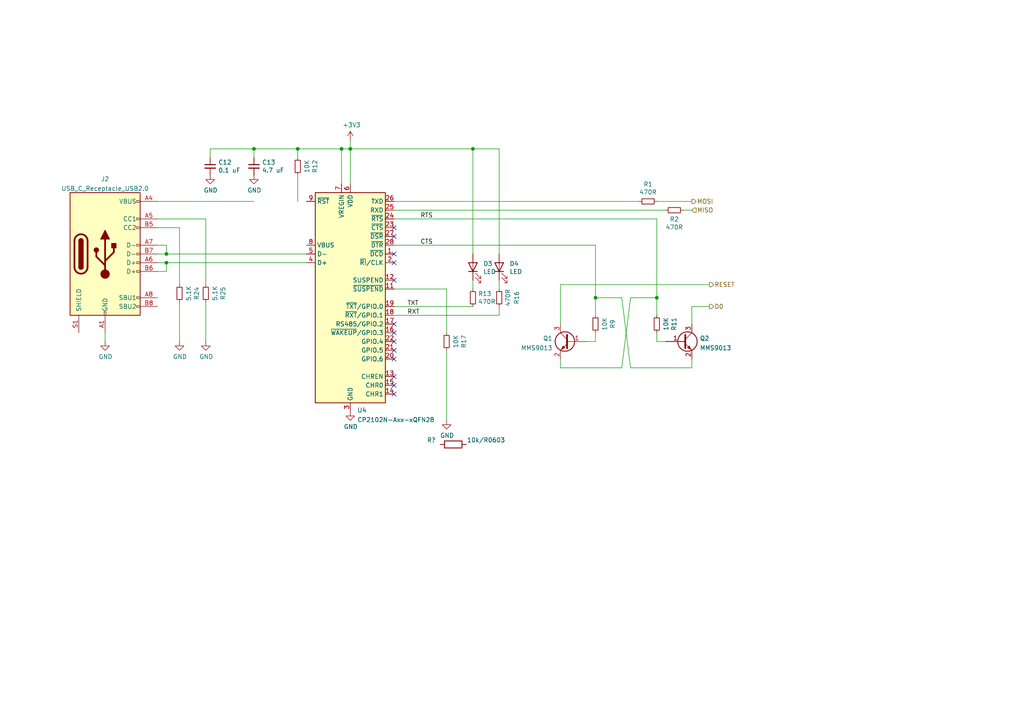
<source format=kicad_sch>
(kicad_sch (version 20211123) (generator eeschema)

  (uuid a4f181df-5a9d-4943-84cb-31df60bb171a)

  (paper "A4")

  (lib_symbols
    (symbol "Connector:USB_C_Receptacle_USB2.0" (pin_names (offset 1.016)) (in_bom yes) (on_board yes)
      (property "Reference" "J" (id 0) (at -10.16 19.05 0)
        (effects (font (size 1.27 1.27)) (justify left))
      )
      (property "Value" "USB_C_Receptacle_USB2.0" (id 1) (at 19.05 19.05 0)
        (effects (font (size 1.27 1.27)) (justify right))
      )
      (property "Footprint" "" (id 2) (at 3.81 0 0)
        (effects (font (size 1.27 1.27)) hide)
      )
      (property "Datasheet" "https://www.usb.org/sites/default/files/documents/usb_type-c.zip" (id 3) (at 3.81 0 0)
        (effects (font (size 1.27 1.27)) hide)
      )
      (property "ki_keywords" "usb universal serial bus type-C USB2.0" (id 4) (at 0 0 0)
        (effects (font (size 1.27 1.27)) hide)
      )
      (property "ki_description" "USB 2.0-only Type-C Receptacle connector" (id 5) (at 0 0 0)
        (effects (font (size 1.27 1.27)) hide)
      )
      (property "ki_fp_filters" "USB*C*Receptacle*" (id 6) (at 0 0 0)
        (effects (font (size 1.27 1.27)) hide)
      )
      (symbol "USB_C_Receptacle_USB2.0_0_0"
        (rectangle (start -0.254 -17.78) (end 0.254 -16.764)
          (stroke (width 0) (type default) (color 0 0 0 0))
          (fill (type none))
        )
        (rectangle (start 10.16 -14.986) (end 9.144 -15.494)
          (stroke (width 0) (type default) (color 0 0 0 0))
          (fill (type none))
        )
        (rectangle (start 10.16 -12.446) (end 9.144 -12.954)
          (stroke (width 0) (type default) (color 0 0 0 0))
          (fill (type none))
        )
        (rectangle (start 10.16 -4.826) (end 9.144 -5.334)
          (stroke (width 0) (type default) (color 0 0 0 0))
          (fill (type none))
        )
        (rectangle (start 10.16 -2.286) (end 9.144 -2.794)
          (stroke (width 0) (type default) (color 0 0 0 0))
          (fill (type none))
        )
        (rectangle (start 10.16 0.254) (end 9.144 -0.254)
          (stroke (width 0) (type default) (color 0 0 0 0))
          (fill (type none))
        )
        (rectangle (start 10.16 2.794) (end 9.144 2.286)
          (stroke (width 0) (type default) (color 0 0 0 0))
          (fill (type none))
        )
        (rectangle (start 10.16 7.874) (end 9.144 7.366)
          (stroke (width 0) (type default) (color 0 0 0 0))
          (fill (type none))
        )
        (rectangle (start 10.16 10.414) (end 9.144 9.906)
          (stroke (width 0) (type default) (color 0 0 0 0))
          (fill (type none))
        )
        (rectangle (start 10.16 15.494) (end 9.144 14.986)
          (stroke (width 0) (type default) (color 0 0 0 0))
          (fill (type none))
        )
      )
      (symbol "USB_C_Receptacle_USB2.0_0_1"
        (rectangle (start -10.16 17.78) (end 10.16 -17.78)
          (stroke (width 0.254) (type default) (color 0 0 0 0))
          (fill (type background))
        )
        (arc (start -8.89 -3.81) (mid -6.985 -5.715) (end -5.08 -3.81)
          (stroke (width 0.508) (type default) (color 0 0 0 0))
          (fill (type none))
        )
        (arc (start -7.62 -3.81) (mid -6.985 -4.445) (end -6.35 -3.81)
          (stroke (width 0.254) (type default) (color 0 0 0 0))
          (fill (type none))
        )
        (arc (start -7.62 -3.81) (mid -6.985 -4.445) (end -6.35 -3.81)
          (stroke (width 0.254) (type default) (color 0 0 0 0))
          (fill (type outline))
        )
        (rectangle (start -7.62 -3.81) (end -6.35 3.81)
          (stroke (width 0.254) (type default) (color 0 0 0 0))
          (fill (type outline))
        )
        (arc (start -6.35 3.81) (mid -6.985 4.445) (end -7.62 3.81)
          (stroke (width 0.254) (type default) (color 0 0 0 0))
          (fill (type none))
        )
        (arc (start -6.35 3.81) (mid -6.985 4.445) (end -7.62 3.81)
          (stroke (width 0.254) (type default) (color 0 0 0 0))
          (fill (type outline))
        )
        (arc (start -5.08 3.81) (mid -6.985 5.715) (end -8.89 3.81)
          (stroke (width 0.508) (type default) (color 0 0 0 0))
          (fill (type none))
        )
        (circle (center -2.54 1.143) (radius 0.635)
          (stroke (width 0.254) (type default) (color 0 0 0 0))
          (fill (type outline))
        )
        (circle (center 0 -5.842) (radius 1.27)
          (stroke (width 0) (type default) (color 0 0 0 0))
          (fill (type outline))
        )
        (polyline
          (pts
            (xy -8.89 -3.81)
            (xy -8.89 3.81)
          )
          (stroke (width 0.508) (type default) (color 0 0 0 0))
          (fill (type none))
        )
        (polyline
          (pts
            (xy -5.08 3.81)
            (xy -5.08 -3.81)
          )
          (stroke (width 0.508) (type default) (color 0 0 0 0))
          (fill (type none))
        )
        (polyline
          (pts
            (xy 0 -5.842)
            (xy 0 4.318)
          )
          (stroke (width 0.508) (type default) (color 0 0 0 0))
          (fill (type none))
        )
        (polyline
          (pts
            (xy 0 -3.302)
            (xy -2.54 -0.762)
            (xy -2.54 0.508)
          )
          (stroke (width 0.508) (type default) (color 0 0 0 0))
          (fill (type none))
        )
        (polyline
          (pts
            (xy 0 -2.032)
            (xy 2.54 0.508)
            (xy 2.54 1.778)
          )
          (stroke (width 0.508) (type default) (color 0 0 0 0))
          (fill (type none))
        )
        (polyline
          (pts
            (xy -1.27 4.318)
            (xy 0 6.858)
            (xy 1.27 4.318)
            (xy -1.27 4.318)
          )
          (stroke (width 0.254) (type default) (color 0 0 0 0))
          (fill (type outline))
        )
        (rectangle (start 1.905 1.778) (end 3.175 3.048)
          (stroke (width 0.254) (type default) (color 0 0 0 0))
          (fill (type outline))
        )
      )
      (symbol "USB_C_Receptacle_USB2.0_1_1"
        (pin passive line (at 0 -22.86 90) (length 5.08)
          (name "GND" (effects (font (size 1.27 1.27))))
          (number "A1" (effects (font (size 1.27 1.27))))
        )
        (pin passive line (at 0 -22.86 90) (length 5.08) hide
          (name "GND" (effects (font (size 1.27 1.27))))
          (number "A12" (effects (font (size 1.27 1.27))))
        )
        (pin passive line (at 15.24 15.24 180) (length 5.08)
          (name "VBUS" (effects (font (size 1.27 1.27))))
          (number "A4" (effects (font (size 1.27 1.27))))
        )
        (pin bidirectional line (at 15.24 10.16 180) (length 5.08)
          (name "CC1" (effects (font (size 1.27 1.27))))
          (number "A5" (effects (font (size 1.27 1.27))))
        )
        (pin bidirectional line (at 15.24 -2.54 180) (length 5.08)
          (name "D+" (effects (font (size 1.27 1.27))))
          (number "A6" (effects (font (size 1.27 1.27))))
        )
        (pin bidirectional line (at 15.24 2.54 180) (length 5.08)
          (name "D-" (effects (font (size 1.27 1.27))))
          (number "A7" (effects (font (size 1.27 1.27))))
        )
        (pin bidirectional line (at 15.24 -12.7 180) (length 5.08)
          (name "SBU1" (effects (font (size 1.27 1.27))))
          (number "A8" (effects (font (size 1.27 1.27))))
        )
        (pin passive line (at 15.24 15.24 180) (length 5.08) hide
          (name "VBUS" (effects (font (size 1.27 1.27))))
          (number "A9" (effects (font (size 1.27 1.27))))
        )
        (pin passive line (at 0 -22.86 90) (length 5.08) hide
          (name "GND" (effects (font (size 1.27 1.27))))
          (number "B1" (effects (font (size 1.27 1.27))))
        )
        (pin passive line (at 0 -22.86 90) (length 5.08) hide
          (name "GND" (effects (font (size 1.27 1.27))))
          (number "B12" (effects (font (size 1.27 1.27))))
        )
        (pin passive line (at 15.24 15.24 180) (length 5.08) hide
          (name "VBUS" (effects (font (size 1.27 1.27))))
          (number "B4" (effects (font (size 1.27 1.27))))
        )
        (pin bidirectional line (at 15.24 7.62 180) (length 5.08)
          (name "CC2" (effects (font (size 1.27 1.27))))
          (number "B5" (effects (font (size 1.27 1.27))))
        )
        (pin bidirectional line (at 15.24 -5.08 180) (length 5.08)
          (name "D+" (effects (font (size 1.27 1.27))))
          (number "B6" (effects (font (size 1.27 1.27))))
        )
        (pin bidirectional line (at 15.24 0 180) (length 5.08)
          (name "D-" (effects (font (size 1.27 1.27))))
          (number "B7" (effects (font (size 1.27 1.27))))
        )
        (pin bidirectional line (at 15.24 -15.24 180) (length 5.08)
          (name "SBU2" (effects (font (size 1.27 1.27))))
          (number "B8" (effects (font (size 1.27 1.27))))
        )
        (pin passive line (at 15.24 15.24 180) (length 5.08) hide
          (name "VBUS" (effects (font (size 1.27 1.27))))
          (number "B9" (effects (font (size 1.27 1.27))))
        )
        (pin passive line (at -7.62 -22.86 90) (length 5.08)
          (name "SHIELD" (effects (font (size 1.27 1.27))))
          (number "S1" (effects (font (size 1.27 1.27))))
        )
      )
    )
    (symbol "Device:C_Small" (pin_numbers hide) (pin_names (offset 0.254) hide) (in_bom yes) (on_board yes)
      (property "Reference" "C" (id 0) (at 0.254 1.778 0)
        (effects (font (size 1.27 1.27)) (justify left))
      )
      (property "Value" "C_Small" (id 1) (at 0.254 -2.032 0)
        (effects (font (size 1.27 1.27)) (justify left))
      )
      (property "Footprint" "" (id 2) (at 0 0 0)
        (effects (font (size 1.27 1.27)) hide)
      )
      (property "Datasheet" "~" (id 3) (at 0 0 0)
        (effects (font (size 1.27 1.27)) hide)
      )
      (property "ki_keywords" "capacitor cap" (id 4) (at 0 0 0)
        (effects (font (size 1.27 1.27)) hide)
      )
      (property "ki_description" "Unpolarized capacitor, small symbol" (id 5) (at 0 0 0)
        (effects (font (size 1.27 1.27)) hide)
      )
      (property "ki_fp_filters" "C_*" (id 6) (at 0 0 0)
        (effects (font (size 1.27 1.27)) hide)
      )
      (symbol "C_Small_0_1"
        (polyline
          (pts
            (xy -1.524 -0.508)
            (xy 1.524 -0.508)
          )
          (stroke (width 0.3302) (type default) (color 0 0 0 0))
          (fill (type none))
        )
        (polyline
          (pts
            (xy -1.524 0.508)
            (xy 1.524 0.508)
          )
          (stroke (width 0.3048) (type default) (color 0 0 0 0))
          (fill (type none))
        )
      )
      (symbol "C_Small_1_1"
        (pin passive line (at 0 2.54 270) (length 2.032)
          (name "~" (effects (font (size 1.27 1.27))))
          (number "1" (effects (font (size 1.27 1.27))))
        )
        (pin passive line (at 0 -2.54 90) (length 2.032)
          (name "~" (effects (font (size 1.27 1.27))))
          (number "2" (effects (font (size 1.27 1.27))))
        )
      )
    )
    (symbol "Device:LED" (pin_numbers hide) (pin_names (offset 1.016) hide) (in_bom yes) (on_board yes)
      (property "Reference" "D" (id 0) (at 0 2.54 0)
        (effects (font (size 1.27 1.27)))
      )
      (property "Value" "LED" (id 1) (at 0 -2.54 0)
        (effects (font (size 1.27 1.27)))
      )
      (property "Footprint" "" (id 2) (at 0 0 0)
        (effects (font (size 1.27 1.27)) hide)
      )
      (property "Datasheet" "~" (id 3) (at 0 0 0)
        (effects (font (size 1.27 1.27)) hide)
      )
      (property "ki_keywords" "LED diode" (id 4) (at 0 0 0)
        (effects (font (size 1.27 1.27)) hide)
      )
      (property "ki_description" "Light emitting diode" (id 5) (at 0 0 0)
        (effects (font (size 1.27 1.27)) hide)
      )
      (property "ki_fp_filters" "LED* LED_SMD:* LED_THT:*" (id 6) (at 0 0 0)
        (effects (font (size 1.27 1.27)) hide)
      )
      (symbol "LED_0_1"
        (polyline
          (pts
            (xy -1.27 -1.27)
            (xy -1.27 1.27)
          )
          (stroke (width 0.254) (type default) (color 0 0 0 0))
          (fill (type none))
        )
        (polyline
          (pts
            (xy -1.27 0)
            (xy 1.27 0)
          )
          (stroke (width 0) (type default) (color 0 0 0 0))
          (fill (type none))
        )
        (polyline
          (pts
            (xy 1.27 -1.27)
            (xy 1.27 1.27)
            (xy -1.27 0)
            (xy 1.27 -1.27)
          )
          (stroke (width 0.254) (type default) (color 0 0 0 0))
          (fill (type none))
        )
        (polyline
          (pts
            (xy -3.048 -0.762)
            (xy -4.572 -2.286)
            (xy -3.81 -2.286)
            (xy -4.572 -2.286)
            (xy -4.572 -1.524)
          )
          (stroke (width 0) (type default) (color 0 0 0 0))
          (fill (type none))
        )
        (polyline
          (pts
            (xy -1.778 -0.762)
            (xy -3.302 -2.286)
            (xy -2.54 -2.286)
            (xy -3.302 -2.286)
            (xy -3.302 -1.524)
          )
          (stroke (width 0) (type default) (color 0 0 0 0))
          (fill (type none))
        )
      )
      (symbol "LED_1_1"
        (pin passive line (at -3.81 0 0) (length 2.54)
          (name "K" (effects (font (size 1.27 1.27))))
          (number "1" (effects (font (size 1.27 1.27))))
        )
        (pin passive line (at 3.81 0 180) (length 2.54)
          (name "A" (effects (font (size 1.27 1.27))))
          (number "2" (effects (font (size 1.27 1.27))))
        )
      )
    )
    (symbol "Device:R_Small" (pin_numbers hide) (pin_names (offset 0.254) hide) (in_bom yes) (on_board yes)
      (property "Reference" "R" (id 0) (at 0.762 0.508 0)
        (effects (font (size 1.27 1.27)) (justify left))
      )
      (property "Value" "R_Small" (id 1) (at 0.762 -1.016 0)
        (effects (font (size 1.27 1.27)) (justify left))
      )
      (property "Footprint" "" (id 2) (at 0 0 0)
        (effects (font (size 1.27 1.27)) hide)
      )
      (property "Datasheet" "~" (id 3) (at 0 0 0)
        (effects (font (size 1.27 1.27)) hide)
      )
      (property "ki_keywords" "R resistor" (id 4) (at 0 0 0)
        (effects (font (size 1.27 1.27)) hide)
      )
      (property "ki_description" "Resistor, small symbol" (id 5) (at 0 0 0)
        (effects (font (size 1.27 1.27)) hide)
      )
      (property "ki_fp_filters" "R_*" (id 6) (at 0 0 0)
        (effects (font (size 1.27 1.27)) hide)
      )
      (symbol "R_Small_0_1"
        (rectangle (start -0.762 1.778) (end 0.762 -1.778)
          (stroke (width 0.2032) (type default) (color 0 0 0 0))
          (fill (type none))
        )
      )
      (symbol "R_Small_1_1"
        (pin passive line (at 0 2.54 270) (length 0.762)
          (name "~" (effects (font (size 1.27 1.27))))
          (number "1" (effects (font (size 1.27 1.27))))
        )
        (pin passive line (at 0 -2.54 90) (length 0.762)
          (name "~" (effects (font (size 1.27 1.27))))
          (number "2" (effects (font (size 1.27 1.27))))
        )
      )
    )
    (symbol "ESP32-EVB_Rev_K:R" (pin_numbers hide) (pin_names (offset 0)) (in_bom yes) (on_board yes)
      (property "Reference" "R" (id 0) (at 0 2.032 0)
        (effects (font (size 1.27 1.27)))
      )
      (property "Value" "R" (id 1) (at 0 0 0)
        (effects (font (size 1.27 1.27)))
      )
      (property "Footprint" "" (id 2) (at 0 -1.778 0)
        (effects (font (size 0.762 0.762)))
      )
      (property "Datasheet" "" (id 3) (at 0 0 90)
        (effects (font (size 0.762 0.762)))
      )
      (property "ki_fp_filters" "R_* Resistor_*" (id 4) (at 0 0 0)
        (effects (font (size 1.27 1.27)) hide)
      )
      (symbol "R_0_1"
        (rectangle (start 2.54 -1.016) (end -2.54 1.016)
          (stroke (width 0.254) (type default) (color 0 0 0 0))
          (fill (type none))
        )
      )
      (symbol "R_1_1"
        (pin passive line (at -3.81 0 0) (length 1.27)
          (name "~" (effects (font (size 1.524 1.524))))
          (number "1" (effects (font (size 1.524 1.524))))
        )
        (pin passive line (at 3.81 0 180) (length 1.27)
          (name "~" (effects (font (size 1.524 1.524))))
          (number "2" (effects (font (size 1.524 1.524))))
        )
      )
    )
    (symbol "Interface_USB:CP2102N-Axx-xQFN28" (in_bom yes) (on_board yes)
      (property "Reference" "U" (id 0) (at -8.89 31.75 0)
        (effects (font (size 1.27 1.27)))
      )
      (property "Value" "CP2102N-Axx-xQFN28" (id 1) (at 12.7 31.75 0)
        (effects (font (size 1.27 1.27)))
      )
      (property "Footprint" "Package_DFN_QFN:QFN-28-1EP_5x5mm_P0.5mm_EP3.35x3.35mm" (id 2) (at 33.02 -31.75 0)
        (effects (font (size 1.27 1.27)) hide)
      )
      (property "Datasheet" "https://www.silabs.com/documents/public/data-sheets/cp2102n-datasheet.pdf" (id 3) (at 1.27 -19.05 0)
        (effects (font (size 1.27 1.27)) hide)
      )
      (property "ki_keywords" "USB UART bridge" (id 4) (at 0 0 0)
        (effects (font (size 1.27 1.27)) hide)
      )
      (property "ki_description" "USB to UART master bridge, QFN-28" (id 5) (at 0 0 0)
        (effects (font (size 1.27 1.27)) hide)
      )
      (property "ki_fp_filters" "QFN*1EP*5x5mm*P0.5mm*" (id 6) (at 0 0 0)
        (effects (font (size 1.27 1.27)) hide)
      )
      (symbol "CP2102N-Axx-xQFN28_0_1"
        (rectangle (start -10.16 30.48) (end 10.16 -30.48)
          (stroke (width 0.254) (type default) (color 0 0 0 0))
          (fill (type background))
        )
      )
      (symbol "CP2102N-Axx-xQFN28_1_1"
        (pin input line (at 12.7 12.7 180) (length 2.54)
          (name "~{DCD}" (effects (font (size 1.27 1.27))))
          (number "1" (effects (font (size 1.27 1.27))))
        )
        (pin no_connect line (at -10.16 -27.94 0) (length 2.54) hide
          (name "NC" (effects (font (size 1.27 1.27))))
          (number "10" (effects (font (size 1.27 1.27))))
        )
        (pin output line (at 12.7 2.54 180) (length 2.54)
          (name "~{SUSPEND}" (effects (font (size 1.27 1.27))))
          (number "11" (effects (font (size 1.27 1.27))))
        )
        (pin output line (at 12.7 5.08 180) (length 2.54)
          (name "SUSPEND" (effects (font (size 1.27 1.27))))
          (number "12" (effects (font (size 1.27 1.27))))
        )
        (pin output line (at 12.7 -22.86 180) (length 2.54)
          (name "CHREN" (effects (font (size 1.27 1.27))))
          (number "13" (effects (font (size 1.27 1.27))))
        )
        (pin output line (at 12.7 -27.94 180) (length 2.54)
          (name "CHR1" (effects (font (size 1.27 1.27))))
          (number "14" (effects (font (size 1.27 1.27))))
        )
        (pin output line (at 12.7 -25.4 180) (length 2.54)
          (name "CHR0" (effects (font (size 1.27 1.27))))
          (number "15" (effects (font (size 1.27 1.27))))
        )
        (pin bidirectional line (at 12.7 -10.16 180) (length 2.54)
          (name "~{WAKEUP}/GPIO.3" (effects (font (size 1.27 1.27))))
          (number "16" (effects (font (size 1.27 1.27))))
        )
        (pin bidirectional line (at 12.7 -7.62 180) (length 2.54)
          (name "RS485/GPIO.2" (effects (font (size 1.27 1.27))))
          (number "17" (effects (font (size 1.27 1.27))))
        )
        (pin bidirectional line (at 12.7 -5.08 180) (length 2.54)
          (name "~{RXT}/GPIO.1" (effects (font (size 1.27 1.27))))
          (number "18" (effects (font (size 1.27 1.27))))
        )
        (pin bidirectional line (at 12.7 -2.54 180) (length 2.54)
          (name "~{TXT}/GPIO.0" (effects (font (size 1.27 1.27))))
          (number "19" (effects (font (size 1.27 1.27))))
        )
        (pin bidirectional line (at 12.7 10.16 180) (length 2.54)
          (name "~{RI}/CLK" (effects (font (size 1.27 1.27))))
          (number "2" (effects (font (size 1.27 1.27))))
        )
        (pin bidirectional line (at 12.7 -17.78 180) (length 2.54)
          (name "GPIO.6" (effects (font (size 1.27 1.27))))
          (number "20" (effects (font (size 1.27 1.27))))
        )
        (pin bidirectional line (at 12.7 -15.24 180) (length 2.54)
          (name "GPIO.5" (effects (font (size 1.27 1.27))))
          (number "21" (effects (font (size 1.27 1.27))))
        )
        (pin bidirectional line (at 12.7 -12.7 180) (length 2.54)
          (name "GPIO.4" (effects (font (size 1.27 1.27))))
          (number "22" (effects (font (size 1.27 1.27))))
        )
        (pin input line (at 12.7 20.32 180) (length 2.54)
          (name "~{CTS}" (effects (font (size 1.27 1.27))))
          (number "23" (effects (font (size 1.27 1.27))))
        )
        (pin output line (at 12.7 22.86 180) (length 2.54)
          (name "~{RTS}" (effects (font (size 1.27 1.27))))
          (number "24" (effects (font (size 1.27 1.27))))
        )
        (pin input line (at 12.7 25.4 180) (length 2.54)
          (name "RXD" (effects (font (size 1.27 1.27))))
          (number "25" (effects (font (size 1.27 1.27))))
        )
        (pin output line (at 12.7 27.94 180) (length 2.54)
          (name "TXD" (effects (font (size 1.27 1.27))))
          (number "26" (effects (font (size 1.27 1.27))))
        )
        (pin input line (at 12.7 17.78 180) (length 2.54)
          (name "~{DSR}" (effects (font (size 1.27 1.27))))
          (number "27" (effects (font (size 1.27 1.27))))
        )
        (pin output line (at 12.7 15.24 180) (length 2.54)
          (name "~{DTR}" (effects (font (size 1.27 1.27))))
          (number "28" (effects (font (size 1.27 1.27))))
        )
        (pin passive line (at 0 -33.02 90) (length 2.54) hide
          (name "GND" (effects (font (size 1.27 1.27))))
          (number "29" (effects (font (size 1.27 1.27))))
        )
        (pin power_in line (at 0 -33.02 90) (length 2.54)
          (name "GND" (effects (font (size 1.27 1.27))))
          (number "3" (effects (font (size 1.27 1.27))))
        )
        (pin bidirectional line (at -12.7 10.16 0) (length 2.54)
          (name "D+" (effects (font (size 1.27 1.27))))
          (number "4" (effects (font (size 1.27 1.27))))
        )
        (pin bidirectional line (at -12.7 12.7 0) (length 2.54)
          (name "D-" (effects (font (size 1.27 1.27))))
          (number "5" (effects (font (size 1.27 1.27))))
        )
        (pin power_in line (at 0 33.02 270) (length 2.54)
          (name "VDD" (effects (font (size 1.27 1.27))))
          (number "6" (effects (font (size 1.27 1.27))))
        )
        (pin power_in line (at -2.54 33.02 270) (length 2.54)
          (name "VREGIN" (effects (font (size 1.27 1.27))))
          (number "7" (effects (font (size 1.27 1.27))))
        )
        (pin input line (at -12.7 15.24 0) (length 2.54)
          (name "VBUS" (effects (font (size 1.27 1.27))))
          (number "8" (effects (font (size 1.27 1.27))))
        )
        (pin input line (at -12.7 27.94 0) (length 2.54)
          (name "~{RST}" (effects (font (size 1.27 1.27))))
          (number "9" (effects (font (size 1.27 1.27))))
        )
      )
    )
    (symbol "Transistor_BJT:BC846" (pin_names (offset 0) hide) (in_bom yes) (on_board yes)
      (property "Reference" "Q" (id 0) (at 5.08 1.905 0)
        (effects (font (size 1.27 1.27)) (justify left))
      )
      (property "Value" "BC846" (id 1) (at 5.08 0 0)
        (effects (font (size 1.27 1.27)) (justify left))
      )
      (property "Footprint" "Package_TO_SOT_SMD:SOT-23" (id 2) (at 5.08 -1.905 0)
        (effects (font (size 1.27 1.27) italic) (justify left) hide)
      )
      (property "Datasheet" "https://assets.nexperia.com/documents/data-sheet/BC846_SER.pdf" (id 3) (at 0 0 0)
        (effects (font (size 1.27 1.27)) (justify left) hide)
      )
      (property "ki_keywords" "NPN Transistor" (id 4) (at 0 0 0)
        (effects (font (size 1.27 1.27)) hide)
      )
      (property "ki_description" "0.1A Ic, 65V Vce, NPN Transistor, SOT-23" (id 5) (at 0 0 0)
        (effects (font (size 1.27 1.27)) hide)
      )
      (property "ki_fp_filters" "SOT?23*" (id 6) (at 0 0 0)
        (effects (font (size 1.27 1.27)) hide)
      )
      (symbol "BC846_0_1"
        (polyline
          (pts
            (xy 0.635 0.635)
            (xy 2.54 2.54)
          )
          (stroke (width 0) (type default) (color 0 0 0 0))
          (fill (type none))
        )
        (polyline
          (pts
            (xy 0.635 -0.635)
            (xy 2.54 -2.54)
            (xy 2.54 -2.54)
          )
          (stroke (width 0) (type default) (color 0 0 0 0))
          (fill (type none))
        )
        (polyline
          (pts
            (xy 0.635 1.905)
            (xy 0.635 -1.905)
            (xy 0.635 -1.905)
          )
          (stroke (width 0.508) (type default) (color 0 0 0 0))
          (fill (type none))
        )
        (polyline
          (pts
            (xy 1.27 -1.778)
            (xy 1.778 -1.27)
            (xy 2.286 -2.286)
            (xy 1.27 -1.778)
            (xy 1.27 -1.778)
          )
          (stroke (width 0) (type default) (color 0 0 0 0))
          (fill (type outline))
        )
        (circle (center 1.27 0) (radius 2.8194)
          (stroke (width 0.254) (type default) (color 0 0 0 0))
          (fill (type none))
        )
      )
      (symbol "BC846_1_1"
        (pin input line (at -5.08 0 0) (length 5.715)
          (name "B" (effects (font (size 1.27 1.27))))
          (number "1" (effects (font (size 1.27 1.27))))
        )
        (pin passive line (at 2.54 -5.08 90) (length 2.54)
          (name "E" (effects (font (size 1.27 1.27))))
          (number "2" (effects (font (size 1.27 1.27))))
        )
        (pin passive line (at 2.54 5.08 270) (length 2.54)
          (name "C" (effects (font (size 1.27 1.27))))
          (number "3" (effects (font (size 1.27 1.27))))
        )
      )
    )
    (symbol "power:+3V3" (power) (pin_names (offset 0)) (in_bom yes) (on_board yes)
      (property "Reference" "#PWR" (id 0) (at 0 -3.81 0)
        (effects (font (size 1.27 1.27)) hide)
      )
      (property "Value" "+3V3" (id 1) (at 0 3.556 0)
        (effects (font (size 1.27 1.27)))
      )
      (property "Footprint" "" (id 2) (at 0 0 0)
        (effects (font (size 1.27 1.27)) hide)
      )
      (property "Datasheet" "" (id 3) (at 0 0 0)
        (effects (font (size 1.27 1.27)) hide)
      )
      (property "ki_keywords" "power-flag" (id 4) (at 0 0 0)
        (effects (font (size 1.27 1.27)) hide)
      )
      (property "ki_description" "Power symbol creates a global label with name \"+3V3\"" (id 5) (at 0 0 0)
        (effects (font (size 1.27 1.27)) hide)
      )
      (symbol "+3V3_0_1"
        (polyline
          (pts
            (xy -0.762 1.27)
            (xy 0 2.54)
          )
          (stroke (width 0) (type default) (color 0 0 0 0))
          (fill (type none))
        )
        (polyline
          (pts
            (xy 0 0)
            (xy 0 2.54)
          )
          (stroke (width 0) (type default) (color 0 0 0 0))
          (fill (type none))
        )
        (polyline
          (pts
            (xy 0 2.54)
            (xy 0.762 1.27)
          )
          (stroke (width 0) (type default) (color 0 0 0 0))
          (fill (type none))
        )
      )
      (symbol "+3V3_1_1"
        (pin power_in line (at 0 0 90) (length 0) hide
          (name "+3V3" (effects (font (size 1.27 1.27))))
          (number "1" (effects (font (size 1.27 1.27))))
        )
      )
    )
    (symbol "power:GND" (power) (pin_names (offset 0)) (in_bom yes) (on_board yes)
      (property "Reference" "#PWR" (id 0) (at 0 -6.35 0)
        (effects (font (size 1.27 1.27)) hide)
      )
      (property "Value" "GND" (id 1) (at 0 -3.81 0)
        (effects (font (size 1.27 1.27)))
      )
      (property "Footprint" "" (id 2) (at 0 0 0)
        (effects (font (size 1.27 1.27)) hide)
      )
      (property "Datasheet" "" (id 3) (at 0 0 0)
        (effects (font (size 1.27 1.27)) hide)
      )
      (property "ki_keywords" "power-flag" (id 4) (at 0 0 0)
        (effects (font (size 1.27 1.27)) hide)
      )
      (property "ki_description" "Power symbol creates a global label with name \"GND\" , ground" (id 5) (at 0 0 0)
        (effects (font (size 1.27 1.27)) hide)
      )
      (symbol "GND_0_1"
        (polyline
          (pts
            (xy 0 0)
            (xy 0 -1.27)
            (xy 1.27 -1.27)
            (xy 0 -2.54)
            (xy -1.27 -1.27)
            (xy 0 -1.27)
          )
          (stroke (width 0) (type default) (color 0 0 0 0))
          (fill (type none))
        )
      )
      (symbol "GND_1_1"
        (pin power_in line (at 0 0 270) (length 0) hide
          (name "GND" (effects (font (size 1.27 1.27))))
          (number "1" (effects (font (size 1.27 1.27))))
        )
      )
    )
  )

  (junction (at 172.72 86.36) (diameter 0) (color 0 0 0 0)
    (uuid 09d82ef6-f1ff-411b-bb09-38c30e63f869)
  )
  (junction (at 73.66 43.18) (diameter 0) (color 0 0 0 0)
    (uuid 0b0e9951-a94e-4a0b-be8c-e3bd5d5be665)
  )
  (junction (at 48.26 73.66) (diameter 0) (color 0 0 0 0)
    (uuid 13d58b9e-ffb1-4d63-8356-be91151bdff6)
  )
  (junction (at 101.6 43.18) (diameter 0) (color 0 0 0 0)
    (uuid 65b62c8a-6f49-4dec-9cdb-c9e6a7783170)
  )
  (junction (at 48.26 76.2) (diameter 0) (color 0 0 0 0)
    (uuid 6be52697-53fd-4b5d-936a-e8d2449ee0d9)
  )
  (junction (at 190.5 86.36) (diameter 0) (color 0 0 0 0)
    (uuid 765d90f8-e754-4431-990b-c8fc499a89bd)
  )
  (junction (at 99.06 43.18) (diameter 0) (color 0 0 0 0)
    (uuid 820ef026-2074-4053-8591-99cf3cfcd49e)
  )
  (junction (at 86.36 43.18) (diameter 0) (color 0 0 0 0)
    (uuid 9d83a653-6bac-4709-85c6-211416203bd1)
  )
  (junction (at 137.16 43.18) (diameter 0) (color 0 0 0 0)
    (uuid abcb1c7c-b6bd-42e3-9eb4-0c1d3d4f3d60)
  )

  (no_connect (at 114.3 99.06) (uuid e5119d4c-3e7b-4dc5-baea-069359d74799))
  (no_connect (at 114.3 96.52) (uuid e5119d4c-3e7b-4dc5-baea-069359d7479a))
  (no_connect (at 114.3 93.98) (uuid e5119d4c-3e7b-4dc5-baea-069359d7479b))
  (no_connect (at 114.3 114.3) (uuid e5119d4c-3e7b-4dc5-baea-069359d7479c))
  (no_connect (at 114.3 111.76) (uuid e5119d4c-3e7b-4dc5-baea-069359d7479d))
  (no_connect (at 114.3 109.22) (uuid e5119d4c-3e7b-4dc5-baea-069359d7479e))
  (no_connect (at 114.3 104.14) (uuid e5119d4c-3e7b-4dc5-baea-069359d7479f))
  (no_connect (at 114.3 101.6) (uuid e5119d4c-3e7b-4dc5-baea-069359d747a0))
  (no_connect (at 114.3 81.28) (uuid e5119d4c-3e7b-4dc5-baea-069359d747a1))
  (no_connect (at 114.3 76.2) (uuid e5119d4c-3e7b-4dc5-baea-069359d747a2))
  (no_connect (at 114.3 73.66) (uuid e5119d4c-3e7b-4dc5-baea-069359d747a3))
  (no_connect (at 114.3 68.58) (uuid e5119d4c-3e7b-4dc5-baea-069359d747a4))
  (no_connect (at 114.3 66.04) (uuid e5119d4c-3e7b-4dc5-baea-069359d747a5))

  (wire (pts (xy 180.34 106.68) (xy 182.88 86.36))
    (stroke (width 0) (type default) (color 0 0 0 0))
    (uuid 0325f7ef-e104-45c5-b50f-d348affce13f)
  )
  (wire (pts (xy 59.69 63.5) (xy 45.72 63.5))
    (stroke (width 0) (type default) (color 0 0 0 0))
    (uuid 065cc372-5c30-448a-8ac5-4542d9ddc1f0)
  )
  (wire (pts (xy 86.36 45.72) (xy 86.36 43.18))
    (stroke (width 0) (type default) (color 0 0 0 0))
    (uuid 0940a179-38c9-4ef8-87bf-15e0e5ec9df5)
  )
  (wire (pts (xy 45.72 76.2) (xy 48.26 76.2))
    (stroke (width 0) (type default) (color 0 0 0 0))
    (uuid 09fdf52b-dd62-438c-b20d-e4fbfd1a4b30)
  )
  (wire (pts (xy 162.56 104.14) (xy 162.56 106.68))
    (stroke (width 0) (type default) (color 0 0 0 0))
    (uuid 0e0bd9a5-ec1e-4a7a-a38b-7ba39a2aa592)
  )
  (wire (pts (xy 162.56 82.55) (xy 162.56 93.98))
    (stroke (width 0) (type default) (color 0 0 0 0))
    (uuid 0e705f6e-cc51-44e6-bafb-b3141638bc09)
  )
  (wire (pts (xy 190.5 58.42) (xy 200.66 58.42))
    (stroke (width 0) (type default) (color 0 0 0 0))
    (uuid 160afcac-17a8-49ad-a81f-c1195bc262a3)
  )
  (wire (pts (xy 114.3 60.96) (xy 193.04 60.96))
    (stroke (width 0) (type default) (color 0 0 0 0))
    (uuid 270b3185-ac4e-4192-ba1e-4928f3ca5f2f)
  )
  (wire (pts (xy 48.26 76.2) (xy 88.9 76.2))
    (stroke (width 0) (type default) (color 0 0 0 0))
    (uuid 2b4cea34-197d-48ca-b5eb-bb55d472050e)
  )
  (wire (pts (xy 198.12 60.96) (xy 200.66 60.96))
    (stroke (width 0) (type default) (color 0 0 0 0))
    (uuid 2d002433-26ee-40c1-8616-c205611580f2)
  )
  (wire (pts (xy 205.74 88.9) (xy 200.66 88.9))
    (stroke (width 0) (type default) (color 0 0 0 0))
    (uuid 2ec5fca3-ee54-448b-972c-a0da04c926eb)
  )
  (wire (pts (xy 45.72 73.66) (xy 48.26 73.66))
    (stroke (width 0) (type default) (color 0 0 0 0))
    (uuid 2f26cf3b-79f6-4a0b-9c2c-c8cd279eeabb)
  )
  (wire (pts (xy 172.72 71.12) (xy 172.72 86.36))
    (stroke (width 0) (type default) (color 0 0 0 0))
    (uuid 3a1ad3e0-3eeb-418e-8212-92852ce1aa8d)
  )
  (wire (pts (xy 59.69 82.55) (xy 59.69 63.5))
    (stroke (width 0) (type default) (color 0 0 0 0))
    (uuid 3ae226d3-72e3-426c-baf9-ebbba8b97fff)
  )
  (wire (pts (xy 52.07 66.04) (xy 45.72 66.04))
    (stroke (width 0) (type default) (color 0 0 0 0))
    (uuid 3d234cf4-d2a0-4b1e-b0ed-33b40ca1bbce)
  )
  (wire (pts (xy 190.5 86.36) (xy 190.5 91.44))
    (stroke (width 0) (type default) (color 0 0 0 0))
    (uuid 463d6f5a-5458-4f33-9e60-2401ec69fce1)
  )
  (wire (pts (xy 99.06 43.18) (xy 101.6 43.18))
    (stroke (width 0) (type default) (color 0 0 0 0))
    (uuid 4a1f8b29-13b5-47c7-a438-d30a33b2c9b5)
  )
  (wire (pts (xy 52.07 87.63) (xy 52.07 99.06))
    (stroke (width 0) (type default) (color 0 0 0 0))
    (uuid 4aa84caa-d9b8-487e-ad1b-b0d9ef3329c4)
  )
  (wire (pts (xy 114.3 88.9) (xy 137.16 88.9))
    (stroke (width 0) (type default) (color 0 0 0 0))
    (uuid 4b47ca8c-f770-4816-a8c1-c01038b42980)
  )
  (wire (pts (xy 144.78 83.82) (xy 144.78 81.28))
    (stroke (width 0) (type default) (color 0 0 0 0))
    (uuid 4c3584bd-ed2f-4a07-b285-59334e68b5ff)
  )
  (wire (pts (xy 193.04 99.06) (xy 190.5 99.06))
    (stroke (width 0) (type default) (color 0 0 0 0))
    (uuid 4cea0ba1-3b8f-4839-a3c9-f106d70a853b)
  )
  (wire (pts (xy 180.34 86.36) (xy 172.72 86.36))
    (stroke (width 0) (type default) (color 0 0 0 0))
    (uuid 51709ebb-1e18-45b5-af0b-2ea2dbf53d64)
  )
  (wire (pts (xy 190.5 63.5) (xy 190.5 86.36))
    (stroke (width 0) (type default) (color 0 0 0 0))
    (uuid 54888172-5a78-443e-8a98-3dc941c220f5)
  )
  (wire (pts (xy 129.54 96.52) (xy 129.54 83.82))
    (stroke (width 0) (type default) (color 0 0 0 0))
    (uuid 5554b067-9c92-4843-a466-2cbc1e7552cf)
  )
  (wire (pts (xy 101.6 43.18) (xy 101.6 53.34))
    (stroke (width 0) (type default) (color 0 0 0 0))
    (uuid 596ce339-0675-4387-972f-4c1d6c8de6d8)
  )
  (wire (pts (xy 190.5 99.06) (xy 190.5 96.52))
    (stroke (width 0) (type default) (color 0 0 0 0))
    (uuid 61f3d36b-c7ef-4daa-bb1d-5a3f056499e0)
  )
  (wire (pts (xy 170.18 99.06) (xy 172.72 99.06))
    (stroke (width 0) (type default) (color 0 0 0 0))
    (uuid 6382e7f3-33b4-4f74-b576-ae71b84df5b3)
  )
  (wire (pts (xy 73.66 43.18) (xy 86.36 43.18))
    (stroke (width 0) (type default) (color 0 0 0 0))
    (uuid 677e535e-8b4f-4fdb-bb3e-a5c2bb4d7dc9)
  )
  (wire (pts (xy 200.66 88.9) (xy 200.66 93.98))
    (stroke (width 0) (type default) (color 0 0 0 0))
    (uuid 6aff11ef-bfbb-4a35-afe1-fa75b26e19fb)
  )
  (wire (pts (xy 45.72 71.12) (xy 48.26 71.12))
    (stroke (width 0) (type default) (color 0 0 0 0))
    (uuid 72cabac6-75dc-480a-9376-27f17e89e61c)
  )
  (wire (pts (xy 52.07 82.55) (xy 52.07 66.04))
    (stroke (width 0) (type default) (color 0 0 0 0))
    (uuid 73bf2484-d5f9-4ce1-ab83-d710b7907529)
  )
  (wire (pts (xy 86.36 58.42) (xy 86.36 50.8))
    (stroke (width 0) (type default) (color 0 0 0 0))
    (uuid 75f057eb-e376-48be-9f63-f4c9b8690e33)
  )
  (wire (pts (xy 205.74 82.55) (xy 162.56 82.55))
    (stroke (width 0) (type default) (color 0 0 0 0))
    (uuid 79dfb068-105f-4674-826d-6aff0a018f96)
  )
  (wire (pts (xy 144.78 91.44) (xy 144.78 88.9))
    (stroke (width 0) (type default) (color 0 0 0 0))
    (uuid 7c98b4ab-0af9-4ccd-960f-f0fdd077178e)
  )
  (wire (pts (xy 182.88 106.68) (xy 200.66 106.68))
    (stroke (width 0) (type default) (color 0 0 0 0))
    (uuid 8615e1f6-d107-4044-be3a-32b21ac74407)
  )
  (wire (pts (xy 114.3 63.5) (xy 190.5 63.5))
    (stroke (width 0) (type default) (color 0 0 0 0))
    (uuid 8deb0d5c-b357-4074-aae9-82e270c2ecc2)
  )
  (wire (pts (xy 101.6 43.18) (xy 137.16 43.18))
    (stroke (width 0) (type default) (color 0 0 0 0))
    (uuid 96c6cfac-73ee-4e1a-a746-686c54a099bf)
  )
  (wire (pts (xy 114.3 91.44) (xy 144.78 91.44))
    (stroke (width 0) (type default) (color 0 0 0 0))
    (uuid 970515d7-c0cf-47e2-a026-8bb86b804b77)
  )
  (wire (pts (xy 60.96 43.18) (xy 73.66 43.18))
    (stroke (width 0) (type default) (color 0 0 0 0))
    (uuid 9bf378b7-093c-4b91-ae22-26e8918f20d7)
  )
  (wire (pts (xy 129.54 83.82) (xy 114.3 83.82))
    (stroke (width 0) (type default) (color 0 0 0 0))
    (uuid 9ebcaed3-9a93-4636-8d73-6cd5a7a15d19)
  )
  (wire (pts (xy 59.69 87.63) (xy 59.69 99.06))
    (stroke (width 0) (type default) (color 0 0 0 0))
    (uuid a2119497-287d-430d-abbc-dd3ff27f00f3)
  )
  (wire (pts (xy 45.72 78.74) (xy 48.26 78.74))
    (stroke (width 0) (type default) (color 0 0 0 0))
    (uuid a48f2661-59b2-458b-b443-d7dfb3f60c5f)
  )
  (wire (pts (xy 30.48 96.52) (xy 30.48 99.06))
    (stroke (width 0) (type default) (color 0 0 0 0))
    (uuid aa8d2a02-107e-41d4-903d-e9da622a29b3)
  )
  (wire (pts (xy 86.36 43.18) (xy 99.06 43.18))
    (stroke (width 0) (type default) (color 0 0 0 0))
    (uuid aebee756-a67d-4b6d-8f3a-3b103434e0e0)
  )
  (wire (pts (xy 162.56 106.68) (xy 180.34 106.68))
    (stroke (width 0) (type default) (color 0 0 0 0))
    (uuid b375735f-5119-4280-9938-1de9459e157b)
  )
  (wire (pts (xy 114.3 71.12) (xy 172.72 71.12))
    (stroke (width 0) (type default) (color 0 0 0 0))
    (uuid b47ab052-1a75-4381-a300-fd93d919f5a8)
  )
  (wire (pts (xy 73.66 45.72) (xy 73.66 43.18))
    (stroke (width 0) (type default) (color 0 0 0 0))
    (uuid b4f85bf9-7797-4752-a339-89feab270693)
  )
  (wire (pts (xy 114.3 58.42) (xy 185.42 58.42))
    (stroke (width 0) (type default) (color 0 0 0 0))
    (uuid b76eb808-0165-41ce-b0a9-1fe05960e031)
  )
  (wire (pts (xy 129.54 121.92) (xy 129.54 101.6))
    (stroke (width 0) (type default) (color 0 0 0 0))
    (uuid b8c100c0-3afc-4d0b-9933-ee3e9633c794)
  )
  (wire (pts (xy 144.78 73.66) (xy 144.78 43.18))
    (stroke (width 0) (type default) (color 0 0 0 0))
    (uuid b9412179-24f1-422d-ad05-ab3ded8b0a53)
  )
  (wire (pts (xy 48.26 71.12) (xy 48.26 73.66))
    (stroke (width 0) (type default) (color 0 0 0 0))
    (uuid c0a48d8a-444e-4b69-af21-353d2ef80259)
  )
  (wire (pts (xy 200.66 104.14) (xy 200.66 106.68))
    (stroke (width 0) (type default) (color 0 0 0 0))
    (uuid c4297cc6-611b-4239-9f91-89dfb902663a)
  )
  (wire (pts (xy 73.66 58.42) (xy 45.72 58.42))
    (stroke (width 0) (type default) (color 0 0 0 0))
    (uuid c47dcd6d-bc2c-4bdb-b71e-7186e95ea021)
  )
  (wire (pts (xy 144.78 43.18) (xy 137.16 43.18))
    (stroke (width 0) (type default) (color 0 0 0 0))
    (uuid c8f04017-a003-481b-b7d6-a80f84341d81)
  )
  (wire (pts (xy 99.06 53.34) (xy 99.06 43.18))
    (stroke (width 0) (type default) (color 0 0 0 0))
    (uuid cf9fcb52-b6da-440c-9b4d-ae3fd7744c1a)
  )
  (wire (pts (xy 48.26 78.74) (xy 48.26 76.2))
    (stroke (width 0) (type default) (color 0 0 0 0))
    (uuid d0a07bb0-1e40-4cad-b599-5f1929306435)
  )
  (wire (pts (xy 101.6 40.64) (xy 101.6 43.18))
    (stroke (width 0) (type default) (color 0 0 0 0))
    (uuid d98d5048-9265-40f6-b544-6f4e723cf15b)
  )
  (wire (pts (xy 48.26 73.66) (xy 88.9 73.66))
    (stroke (width 0) (type default) (color 0 0 0 0))
    (uuid da708833-3ed4-4114-b817-9e688b1b6562)
  )
  (wire (pts (xy 172.72 99.06) (xy 172.72 96.52))
    (stroke (width 0) (type default) (color 0 0 0 0))
    (uuid e1a456c7-8ee8-4645-bfdf-3fd744a76950)
  )
  (wire (pts (xy 182.88 86.36) (xy 190.5 86.36))
    (stroke (width 0) (type default) (color 0 0 0 0))
    (uuid e2f8a491-4512-45f5-9238-e9107d705744)
  )
  (wire (pts (xy 172.72 86.36) (xy 172.72 91.44))
    (stroke (width 0) (type default) (color 0 0 0 0))
    (uuid e330a1db-c797-4da6-8b5d-28e0ee02a7fe)
  )
  (wire (pts (xy 60.96 45.72) (xy 60.96 43.18))
    (stroke (width 0) (type default) (color 0 0 0 0))
    (uuid f1978b76-52cc-4e13-9f15-463ebabb90c4)
  )
  (wire (pts (xy 182.88 106.68) (xy 180.34 86.36))
    (stroke (width 0) (type default) (color 0 0 0 0))
    (uuid fa67dcbd-1019-4271-ad6b-cf1385205efa)
  )
  (wire (pts (xy 137.16 81.28) (xy 137.16 83.82))
    (stroke (width 0) (type default) (color 0 0 0 0))
    (uuid fab3db91-b97e-44e3-a6f7-7b1baccbd846)
  )
  (wire (pts (xy 137.16 43.18) (xy 137.16 73.66))
    (stroke (width 0) (type default) (color 0 0 0 0))
    (uuid fb6dd1d2-7d34-46a6-87cd-df8e3cb6d3ae)
  )

  (label "RXT" (at 118.11 91.44 0)
    (effects (font (size 1.27 1.27)) (justify left bottom))
    (uuid 1f0524d4-e9a6-40e0-a880-5c83aa2180af)
  )
  (label "CTS" (at 121.92 71.12 0)
    (effects (font (size 1.27 1.27)) (justify left bottom))
    (uuid 33ef85b0-8ab9-4c3f-9bbc-5ff5ed8276d7)
  )
  (label "RTS" (at 121.92 63.5 0)
    (effects (font (size 1.27 1.27)) (justify left bottom))
    (uuid 5c9b1681-ebcc-4306-a420-726592749307)
  )
  (label "TXT" (at 118.11 88.9 0)
    (effects (font (size 1.27 1.27)) (justify left bottom))
    (uuid 68a169d8-88cf-46b9-b6e8-fdfcd2e970c3)
  )

  (hierarchical_label "D0" (shape output) (at 205.74 88.9 0)
    (effects (font (size 1.27 1.27)) (justify left))
    (uuid 3708a3c1-34f9-4c91-8073-fdcf47959b06)
  )
  (hierarchical_label "MOSI" (shape output) (at 200.66 58.42 0)
    (effects (font (size 1.27 1.27)) (justify left))
    (uuid 84eabc9a-c71b-4261-84c3-42607ec6034d)
  )
  (hierarchical_label "RESET" (shape output) (at 205.74 82.55 0)
    (effects (font (size 1.27 1.27)) (justify left))
    (uuid 95f51d5e-c658-4fdb-ac3e-ba3c0897e0eb)
  )
  (hierarchical_label "MISO" (shape input) (at 200.66 60.96 0)
    (effects (font (size 1.27 1.27)) (justify left))
    (uuid d36681e3-c245-411b-97e9-555b5bf40a11)
  )

  (symbol (lib_id "Device:R_Small") (at 129.54 99.06 180) (unit 1)
    (in_bom yes) (on_board yes)
    (uuid 0028b849-7351-4fb9-81f8-ba573bbf76ac)
    (property "Reference" "R17" (id 0) (at 134.5184 99.06 90))
    (property "Value" "10K" (id 1) (at 132.207 99.06 90))
    (property "Footprint" "Resistor_SMD:R_0603_1608Metric" (id 2) (at 129.54 99.06 0)
      (effects (font (size 1.27 1.27)) hide)
    )
    (property "Datasheet" "~" (id 3) (at 129.54 99.06 0)
      (effects (font (size 1.27 1.27)) hide)
    )
    (property "LCSC" "C25804" (id 4) (at 134.5184 99.06 0)
      (effects (font (size 1.27 1.27)) hide)
    )
    (pin "1" (uuid e2334e2a-9616-498e-9274-2294b321c461))
    (pin "2" (uuid df685810-2866-4160-9351-092ed2d02f89))
  )

  (symbol (lib_id "Device:R_Small") (at 187.96 58.42 90) (mirror x) (unit 1)
    (in_bom yes) (on_board yes)
    (uuid 0c42fa44-3f50-4eb2-808f-4646e8432370)
    (property "Reference" "R1" (id 0) (at 187.96 53.4416 90))
    (property "Value" "470R" (id 1) (at 187.96 55.753 90))
    (property "Footprint" "Resistor_SMD:R_0603_1608Metric" (id 2) (at 187.96 58.42 0)
      (effects (font (size 1.27 1.27)) hide)
    )
    (property "Datasheet" "~" (id 3) (at 187.96 58.42 0)
      (effects (font (size 1.27 1.27)) hide)
    )
    (property "LCSC" "C14663" (id 4) (at 187.96 53.4416 0)
      (effects (font (size 1.27 1.27)) hide)
    )
    (pin "1" (uuid 4e200225-255b-4ef0-82ec-20f76d26c7d7))
    (pin "2" (uuid dc0ddb83-edc1-4323-acb5-b101338a5065))
  )

  (symbol (lib_id "power:GND") (at 59.69 99.06 0) (unit 1)
    (in_bom yes) (on_board yes)
    (uuid 33cc61bf-87ed-4745-abec-08efffb439b0)
    (property "Reference" "#PWR0101" (id 0) (at 59.69 105.41 0)
      (effects (font (size 1.27 1.27)) hide)
    )
    (property "Value" "GND" (id 1) (at 59.817 103.4542 0))
    (property "Footprint" "" (id 2) (at 59.69 99.06 0)
      (effects (font (size 1.27 1.27)) hide)
    )
    (property "Datasheet" "" (id 3) (at 59.69 99.06 0)
      (effects (font (size 1.27 1.27)) hide)
    )
    (property "LCSC" "C14663" (id 4) (at 59.69 105.41 0)
      (effects (font (size 1.27 1.27)) hide)
    )
    (pin "1" (uuid 73fb4fe8-6493-48e7-875f-59590e4fbb85))
  )

  (symbol (lib_id "Device:R_Small") (at 86.36 48.26 180) (unit 1)
    (in_bom yes) (on_board yes)
    (uuid 3c35353d-947e-4642-9f09-fe959abd403d)
    (property "Reference" "R12" (id 0) (at 91.3384 48.26 90))
    (property "Value" "10K" (id 1) (at 89.027 48.26 90))
    (property "Footprint" "Resistor_SMD:R_0603_1608Metric" (id 2) (at 86.36 48.26 0)
      (effects (font (size 1.27 1.27)) hide)
    )
    (property "Datasheet" "~" (id 3) (at 86.36 48.26 0)
      (effects (font (size 1.27 1.27)) hide)
    )
    (property "LCSC" "C25804" (id 4) (at 91.3384 48.26 0)
      (effects (font (size 1.27 1.27)) hide)
    )
    (pin "1" (uuid 33f3fbfd-67de-4440-97c4-a11775b311c0))
    (pin "2" (uuid 2f16343d-54f7-472e-a7a7-9768e7ca3bcd))
  )

  (symbol (lib_id "Device:LED") (at 137.16 77.47 90) (unit 1)
    (in_bom yes) (on_board yes)
    (uuid 5982b56e-8716-4f2d-9ba8-70a5bd2c3d73)
    (property "Reference" "D3" (id 0) (at 140.1572 76.4794 90)
      (effects (font (size 1.27 1.27)) (justify right))
    )
    (property "Value" "LED" (id 1) (at 140.1572 78.7908 90)
      (effects (font (size 1.27 1.27)) (justify right))
    )
    (property "Footprint" "custom:CHIPLED_0603" (id 2) (at 137.16 77.47 0)
      (effects (font (size 1.27 1.27)) hide)
    )
    (property "Datasheet" "~" (id 3) (at 137.16 77.47 0)
      (effects (font (size 1.27 1.27)) hide)
    )
    (property "LCSC" "C14663" (id 4) (at 140.1572 76.4794 0)
      (effects (font (size 1.27 1.27)) hide)
    )
    (pin "1" (uuid d7899bca-945c-493a-b815-06d3c27fb972))
    (pin "2" (uuid e3a0fb39-259d-4ef0-8e4f-f5a34ef4f7c7))
  )

  (symbol (lib_id "power:GND") (at 60.96 50.8 0) (unit 1)
    (in_bom yes) (on_board yes)
    (uuid 759a62b7-9759-4614-8d93-34f87a924964)
    (property "Reference" "#PWR016" (id 0) (at 60.96 57.15 0)
      (effects (font (size 1.27 1.27)) hide)
    )
    (property "Value" "GND" (id 1) (at 61.087 55.1942 0))
    (property "Footprint" "" (id 2) (at 60.96 50.8 0)
      (effects (font (size 1.27 1.27)) hide)
    )
    (property "Datasheet" "" (id 3) (at 60.96 50.8 0)
      (effects (font (size 1.27 1.27)) hide)
    )
    (property "LCSC" "C14663" (id 4) (at 60.96 57.15 0)
      (effects (font (size 1.27 1.27)) hide)
    )
    (pin "1" (uuid 6a0c27ba-8cb9-4042-97a3-c9b514f1a226))
  )

  (symbol (lib_id "power:GND") (at 52.07 99.06 0) (unit 1)
    (in_bom yes) (on_board yes)
    (uuid 77712d98-e889-41ac-97e1-5822e2ed37d7)
    (property "Reference" "#PWR0103" (id 0) (at 52.07 105.41 0)
      (effects (font (size 1.27 1.27)) hide)
    )
    (property "Value" "GND" (id 1) (at 52.197 103.4542 0))
    (property "Footprint" "" (id 2) (at 52.07 99.06 0)
      (effects (font (size 1.27 1.27)) hide)
    )
    (property "Datasheet" "" (id 3) (at 52.07 99.06 0)
      (effects (font (size 1.27 1.27)) hide)
    )
    (property "LCSC" "C14663" (id 4) (at 52.07 105.41 0)
      (effects (font (size 1.27 1.27)) hide)
    )
    (pin "1" (uuid 344a7671-d407-4e02-aa18-14b1635e1895))
  )

  (symbol (lib_id "Device:R_Small") (at 190.5 93.98 180) (unit 1)
    (in_bom yes) (on_board yes)
    (uuid 77c30ec8-6ed1-4875-bbb6-2e58cb8652f4)
    (property "Reference" "R11" (id 0) (at 195.4784 93.98 90))
    (property "Value" "10K" (id 1) (at 193.167 93.98 90))
    (property "Footprint" "Resistor_SMD:R_0603_1608Metric" (id 2) (at 190.5 93.98 0)
      (effects (font (size 1.27 1.27)) hide)
    )
    (property "Datasheet" "~" (id 3) (at 190.5 93.98 0)
      (effects (font (size 1.27 1.27)) hide)
    )
    (property "LCSC" "C25804" (id 4) (at 195.4784 93.98 0)
      (effects (font (size 1.27 1.27)) hide)
    )
    (pin "1" (uuid 4df0c029-55b3-4b5d-87ff-f03a45ce5f96))
    (pin "2" (uuid 51802f16-789f-4591-a626-3b53920b9e7b))
  )

  (symbol (lib_id "Device:C_Small") (at 60.96 48.26 0) (unit 1)
    (in_bom yes) (on_board yes)
    (uuid 78c5738e-f3b8-431b-a3a9-60cb4d5bc03e)
    (property "Reference" "C12" (id 0) (at 63.2968 47.0916 0)
      (effects (font (size 1.27 1.27)) (justify left))
    )
    (property "Value" "0.1 uF" (id 1) (at 63.2968 49.403 0)
      (effects (font (size 1.27 1.27)) (justify left))
    )
    (property "Footprint" "Capacitor_SMD:C_0603_1608Metric" (id 2) (at 60.96 48.26 0)
      (effects (font (size 1.27 1.27)) hide)
    )
    (property "Datasheet" "~" (id 3) (at 60.96 48.26 0)
      (effects (font (size 1.27 1.27)) hide)
    )
    (property "LCSC" "C14663" (id 4) (at 63.2968 47.0916 0)
      (effects (font (size 1.27 1.27)) hide)
    )
    (pin "1" (uuid 7e02054e-679f-4dca-a5a3-371b991d1d2f))
    (pin "2" (uuid fa6c02d4-51ff-4cab-9cdd-9b6835d1ef1a))
  )

  (symbol (lib_id "Device:R_Small") (at 52.07 85.09 180) (unit 1)
    (in_bom yes) (on_board yes)
    (uuid 791d8584-9f36-42ed-a1ae-c7015579f2d9)
    (property "Reference" "R24" (id 0) (at 57.0484 85.09 90))
    (property "Value" "5.1K" (id 1) (at 54.737 85.09 90))
    (property "Footprint" "Resistor_SMD:R_0603_1608Metric" (id 2) (at 52.07 85.09 0)
      (effects (font (size 1.27 1.27)) hide)
    )
    (property "Datasheet" "~" (id 3) (at 52.07 85.09 0)
      (effects (font (size 1.27 1.27)) hide)
    )
    (property "LCSC" "C105580" (id 4) (at 57.0484 85.09 0)
      (effects (font (size 1.27 1.27)) hide)
    )
    (pin "1" (uuid 60d84bfe-2a89-4c18-ae7d-4734461622af))
    (pin "2" (uuid b9e95b9e-5207-49a0-a840-80bd96f4b28e))
  )

  (symbol (lib_id "Transistor_BJT:BC846") (at 198.12 99.06 0) (unit 1)
    (in_bom yes) (on_board yes) (fields_autoplaced)
    (uuid 796f336a-4396-4a0d-a8a3-7f603d83ed2e)
    (property "Reference" "Q2" (id 0) (at 202.9714 98.1515 0)
      (effects (font (size 1.27 1.27)) (justify left))
    )
    (property "Value" "MMS9013" (id 1) (at 202.9714 100.9266 0)
      (effects (font (size 1.27 1.27)) (justify left))
    )
    (property "Footprint" "Package_TO_SOT_SMD:SOT-23" (id 2) (at 203.2 100.965 0)
      (effects (font (size 1.27 1.27) italic) (justify left) hide)
    )
    (property "Datasheet" "~" (id 3) (at 198.12 99.06 0)
      (effects (font (size 1.27 1.27)) (justify left) hide)
    )
    (property "LCSC" "MMS9013" (id 4) (at 198.12 99.06 0)
      (effects (font (size 1.27 1.27)) hide)
    )
    (pin "1" (uuid f583f953-a013-48b3-8158-39c87fd770b9))
    (pin "2" (uuid 6101564c-a86e-4fe8-a1b9-6995e425f177))
    (pin "3" (uuid 794ad6ca-34fe-4861-a019-9b824296bab9))
  )

  (symbol (lib_id "Device:R_Small") (at 59.69 85.09 180) (unit 1)
    (in_bom yes) (on_board yes)
    (uuid 807b2f48-7c4b-4de2-b057-f4bf4ea735e6)
    (property "Reference" "R25" (id 0) (at 64.6684 85.09 90))
    (property "Value" "5.1K" (id 1) (at 62.357 85.09 90))
    (property "Footprint" "Resistor_SMD:R_0603_1608Metric" (id 2) (at 59.69 85.09 0)
      (effects (font (size 1.27 1.27)) hide)
    )
    (property "Datasheet" "~" (id 3) (at 59.69 85.09 0)
      (effects (font (size 1.27 1.27)) hide)
    )
    (property "LCSC" "C105580" (id 4) (at 64.6684 85.09 0)
      (effects (font (size 1.27 1.27)) hide)
    )
    (pin "1" (uuid bcd4d2f7-2ee9-42cb-8e94-b6eb706a0123))
    (pin "2" (uuid 45c0fbf5-a0c3-47c4-a23f-00d543776461))
  )

  (symbol (lib_id "Device:R_Small") (at 144.78 86.36 180) (unit 1)
    (in_bom yes) (on_board yes)
    (uuid 82c66392-a9e9-40da-a761-15ec6b60bd22)
    (property "Reference" "R16" (id 0) (at 149.86 86.36 90))
    (property "Value" "470R" (id 1) (at 147.32 86.36 90))
    (property "Footprint" "Resistor_SMD:R_0603_1608Metric" (id 2) (at 144.78 86.36 0)
      (effects (font (size 1.27 1.27)) hide)
    )
    (property "Datasheet" "~" (id 3) (at 144.78 86.36 0)
      (effects (font (size 1.27 1.27)) hide)
    )
    (property "LCSC" "C14663" (id 4) (at 149.86 86.36 0)
      (effects (font (size 1.27 1.27)) hide)
    )
    (pin "1" (uuid c9592eeb-1259-44ca-8137-f8dcbc90818e))
    (pin "2" (uuid f99d6a49-c80b-4cc8-91f8-540ddc5af963))
  )

  (symbol (lib_id "Transistor_BJT:BC846") (at 165.1 99.06 0) (mirror y) (unit 1)
    (in_bom yes) (on_board yes) (fields_autoplaced)
    (uuid 84df0327-2200-4277-bf69-8b0f6906defd)
    (property "Reference" "Q1" (id 0) (at 160.2487 98.1515 0)
      (effects (font (size 1.27 1.27)) (justify left))
    )
    (property "Value" "MMS9013" (id 1) (at 160.2487 100.9266 0)
      (effects (font (size 1.27 1.27)) (justify left))
    )
    (property "Footprint" "Package_TO_SOT_SMD:SOT-23" (id 2) (at 160.02 100.965 0)
      (effects (font (size 1.27 1.27) italic) (justify left) hide)
    )
    (property "Datasheet" "~" (id 3) (at 165.1 99.06 0)
      (effects (font (size 1.27 1.27)) (justify left) hide)
    )
    (property "LCSC" "MMS9013" (id 4) (at 165.1 99.06 0)
      (effects (font (size 1.27 1.27)) hide)
    )
    (pin "1" (uuid cc561496-ebc1-462a-816e-d7bd4e612f44))
    (pin "2" (uuid e0d9208c-3f94-422a-b59d-929950076345))
    (pin "3" (uuid 2c684d45-344d-4704-9911-26f14e47dc4f))
  )

  (symbol (lib_id "Device:LED") (at 144.78 77.47 90) (unit 1)
    (in_bom yes) (on_board yes)
    (uuid 97419389-1583-4505-8547-6c85416abd4c)
    (property "Reference" "D4" (id 0) (at 147.7772 76.4794 90)
      (effects (font (size 1.27 1.27)) (justify right))
    )
    (property "Value" "LED" (id 1) (at 147.7772 78.7908 90)
      (effects (font (size 1.27 1.27)) (justify right))
    )
    (property "Footprint" "custom:CHIPLED_0603" (id 2) (at 144.78 77.47 0)
      (effects (font (size 1.27 1.27)) hide)
    )
    (property "Datasheet" "~" (id 3) (at 144.78 77.47 0)
      (effects (font (size 1.27 1.27)) hide)
    )
    (property "LCSC" "C14663" (id 4) (at 147.7772 76.4794 0)
      (effects (font (size 1.27 1.27)) hide)
    )
    (pin "1" (uuid 8e76512b-c876-4297-a756-d9fed111c35d))
    (pin "2" (uuid 3806a34b-b7e1-4a49-a29a-4de89d1e477a))
  )

  (symbol (lib_id "Device:R_Small") (at 195.58 60.96 90) (mirror x) (unit 1)
    (in_bom yes) (on_board yes)
    (uuid a0b08953-345e-4b16-b782-b30664cd4166)
    (property "Reference" "R2" (id 0) (at 195.58 63.6016 90))
    (property "Value" "470R" (id 1) (at 195.58 65.913 90))
    (property "Footprint" "Resistor_SMD:R_0603_1608Metric" (id 2) (at 195.58 60.96 0)
      (effects (font (size 1.27 1.27)) hide)
    )
    (property "Datasheet" "~" (id 3) (at 195.58 60.96 0)
      (effects (font (size 1.27 1.27)) hide)
    )
    (property "LCSC" "C14663" (id 4) (at 195.58 63.6016 0)
      (effects (font (size 1.27 1.27)) hide)
    )
    (pin "1" (uuid 3bc424a5-1721-42d3-9b45-4095386a056f))
    (pin "2" (uuid 2c4dc72c-8d87-463d-939c-3631f69ef6ad))
  )

  (symbol (lib_id "ESP32-EVB_Rev_K:R") (at 131.445 128.905 0) (unit 1)
    (in_bom yes) (on_board yes)
    (uuid af49fc84-0cc0-4845-8ce4-7f86b3f0dae5)
    (property "Reference" "R?" (id 0) (at 125.095 127.635 0))
    (property "Value" "10k/R0603" (id 1) (at 140.97 127.635 0))
    (property "Footprint" "OLIMEX_RLC-FP:R_0603_5MIL_DWS" (id 2) (at 131.445 130.683 0)
      (effects (font (size 0.762 0.762)) hide)
    )
    (property "Datasheet" "" (id 3) (at 131.445 128.905 90)
      (effects (font (size 0.762 0.762)))
    )
    (property "Fieldname 1" "Value 1" (id 4) (at 131.445 128.905 0)
      (effects (font (size 1.524 1.524)) hide)
    )
    (property "Fieldname2" "Value2" (id 5) (at 131.445 128.905 0)
      (effects (font (size 1.524 1.524)) hide)
    )
    (property "Fieldname3" "Value3" (id 6) (at 131.445 128.905 0)
      (effects (font (size 1.524 1.524)) hide)
    )
    (pin "1" (uuid 19f67c8f-bbf8-4b63-90fd-2c4d9a4c19a7))
    (pin "2" (uuid 92d99e7b-235c-4665-8e40-f6ceb6a584a1))
  )

  (symbol (lib_id "power:GND") (at 101.6 119.38 0) (unit 1)
    (in_bom yes) (on_board yes)
    (uuid baeda559-246c-4bd6-b49f-85d18c50eee3)
    (property "Reference" "#PWR?" (id 0) (at 101.6 125.73 0)
      (effects (font (size 1.27 1.27)) hide)
    )
    (property "Value" "GND" (id 1) (at 101.727 123.7742 0))
    (property "Footprint" "" (id 2) (at 101.6 119.38 0)
      (effects (font (size 1.27 1.27)) hide)
    )
    (property "Datasheet" "" (id 3) (at 101.6 119.38 0)
      (effects (font (size 1.27 1.27)) hide)
    )
    (property "LCSC" "C14663" (id 4) (at 101.6 125.73 0)
      (effects (font (size 1.27 1.27)) hide)
    )
    (pin "1" (uuid a80c206e-5b40-4b60-ad1a-1b3619831ae4))
  )

  (symbol (lib_id "power:GND") (at 30.48 99.06 0) (unit 1)
    (in_bom yes) (on_board yes)
    (uuid bd679028-dd0c-407b-b795-0047eba1b858)
    (property "Reference" "#PWR023" (id 0) (at 30.48 105.41 0)
      (effects (font (size 1.27 1.27)) hide)
    )
    (property "Value" "GND" (id 1) (at 30.607 103.4542 0))
    (property "Footprint" "" (id 2) (at 30.48 99.06 0)
      (effects (font (size 1.27 1.27)) hide)
    )
    (property "Datasheet" "" (id 3) (at 30.48 99.06 0)
      (effects (font (size 1.27 1.27)) hide)
    )
    (property "LCSC" "C14663" (id 4) (at 30.48 105.41 0)
      (effects (font (size 1.27 1.27)) hide)
    )
    (pin "1" (uuid 02fe8b05-a39c-436f-a5f8-80845858173f))
  )

  (symbol (lib_id "power:+3V3") (at 101.6 40.64 0) (unit 1)
    (in_bom yes) (on_board yes)
    (uuid c53e40cd-0c3f-480c-9f5c-2388daf8a245)
    (property "Reference" "#PWR07" (id 0) (at 101.6 44.45 0)
      (effects (font (size 1.27 1.27)) hide)
    )
    (property "Value" "+3V3" (id 1) (at 101.981 36.2458 0))
    (property "Footprint" "" (id 2) (at 101.6 40.64 0)
      (effects (font (size 1.27 1.27)) hide)
    )
    (property "Datasheet" "" (id 3) (at 101.6 40.64 0)
      (effects (font (size 1.27 1.27)) hide)
    )
    (property "LCSC" "C14663" (id 4) (at 101.6 44.45 0)
      (effects (font (size 1.27 1.27)) hide)
    )
    (pin "1" (uuid 9a1b237e-3768-485e-b88c-2e82cb5fe347))
  )

  (symbol (lib_id "power:GND") (at 129.54 121.92 0) (unit 1)
    (in_bom yes) (on_board yes)
    (uuid c82a79b7-6300-4836-94e0-b1cff213c617)
    (property "Reference" "#PWR033" (id 0) (at 129.54 128.27 0)
      (effects (font (size 1.27 1.27)) hide)
    )
    (property "Value" "GND" (id 1) (at 129.667 126.3142 0))
    (property "Footprint" "" (id 2) (at 129.54 121.92 0)
      (effects (font (size 1.27 1.27)) hide)
    )
    (property "Datasheet" "" (id 3) (at 129.54 121.92 0)
      (effects (font (size 1.27 1.27)) hide)
    )
    (property "LCSC" "C14663" (id 4) (at 129.54 128.27 0)
      (effects (font (size 1.27 1.27)) hide)
    )
    (pin "1" (uuid 86e7b316-cdb3-441c-904e-72005d516aaa))
  )

  (symbol (lib_id "Device:R_Small") (at 172.72 93.98 180) (unit 1)
    (in_bom yes) (on_board yes)
    (uuid ca223fd6-5612-45b5-842b-6169e85c646e)
    (property "Reference" "R9" (id 0) (at 177.6984 93.98 90))
    (property "Value" "10K" (id 1) (at 175.387 93.98 90))
    (property "Footprint" "Resistor_SMD:R_0603_1608Metric" (id 2) (at 172.72 93.98 0)
      (effects (font (size 1.27 1.27)) hide)
    )
    (property "Datasheet" "~" (id 3) (at 172.72 93.98 0)
      (effects (font (size 1.27 1.27)) hide)
    )
    (property "LCSC" "C25804" (id 4) (at 177.6984 93.98 0)
      (effects (font (size 1.27 1.27)) hide)
    )
    (pin "1" (uuid 5de944bd-2028-49c5-8594-c2fda48e4577))
    (pin "2" (uuid e0ca7956-94fb-410b-8704-37d3ade2a8e5))
  )

  (symbol (lib_id "Interface_USB:CP2102N-Axx-xQFN28") (at 101.6 86.36 0) (unit 1)
    (in_bom yes) (on_board yes) (fields_autoplaced)
    (uuid d468165e-579d-4525-a240-7d0905c34aa5)
    (property "Reference" "U4" (id 0) (at 103.6194 118.9895 0)
      (effects (font (size 1.27 1.27)) (justify left))
    )
    (property "Value" "CP2102N-Axx-xQFN28" (id 1) (at 103.6194 121.7646 0)
      (effects (font (size 1.27 1.27)) (justify left))
    )
    (property "Footprint" "Package_DFN_QFN:QFN-28-1EP_5x5mm_P0.5mm_EP3.35x3.35mm" (id 2) (at 134.62 118.11 0)
      (effects (font (size 1.27 1.27)) hide)
    )
    (property "Datasheet" "https://www.silabs.com/documents/public/data-sheets/cp2102n-datasheet.pdf" (id 3) (at 102.87 105.41 0)
      (effects (font (size 1.27 1.27)) hide)
    )
    (pin "1" (uuid 754713ff-ba76-475e-ab30-7044375b433a))
    (pin "10" (uuid 202a8171-d77d-444f-8cd6-e61020f10d68))
    (pin "11" (uuid d43b6fa5-34e6-4952-a50f-0399cc8b8008))
    (pin "12" (uuid be0b8105-9f16-4e8e-99ca-6d52946e9604))
    (pin "13" (uuid cf52c070-184c-47c5-a47e-082971b7a63f))
    (pin "14" (uuid 66f3d138-9f52-47ae-a90c-d2bde80d5e72))
    (pin "15" (uuid f4280833-cb0e-4b0e-808c-534d58a4992c))
    (pin "16" (uuid 1c93aef4-8769-44a9-b9f4-4090611105af))
    (pin "17" (uuid ec1e81b2-c667-459b-92c2-9cd1a67d88ab))
    (pin "18" (uuid e5f326cb-3d4a-4828-8eda-8bb2e6e5f906))
    (pin "19" (uuid 53db002c-8007-4014-abc3-0d95fd35a31d))
    (pin "2" (uuid 22b7985b-5733-4653-9fdc-e12187fc7823))
    (pin "20" (uuid df187e20-c9d7-4b15-ba0d-f3407d2eb662))
    (pin "21" (uuid eea01929-55f3-4b41-991b-9bbcd90f4d0b))
    (pin "22" (uuid f2fa39f1-24d8-41ed-85d8-756c628d805c))
    (pin "23" (uuid 0f537238-379c-4cbc-9115-8710ea8799f5))
    (pin "24" (uuid b754f89f-707f-4cd7-b4c5-7a0b37450acf))
    (pin "25" (uuid ce3bb425-9fac-4da9-9c12-ba37872184f8))
    (pin "26" (uuid 3c6d48be-f6ab-48d6-bba1-cab3f5723fa4))
    (pin "27" (uuid f33742cd-e0bc-4b42-9b99-36bd27ae893d))
    (pin "28" (uuid 00fe2d0f-76ef-4880-ad3a-c1b1fd3b4217))
    (pin "29" (uuid 4b4f9d6b-220c-4882-901d-9b8f51c14b95))
    (pin "3" (uuid edfcf3ae-4e02-463e-b0ec-6f4661a9202f))
    (pin "4" (uuid faefb891-27d1-40f7-a687-cc521a29ab3a))
    (pin "5" (uuid 26a937eb-2736-49cd-bfe1-53f1c24b7304))
    (pin "6" (uuid 1c0c2cba-57ec-4d11-8d3f-730983f3a14b))
    (pin "7" (uuid db066da3-01c6-466f-8745-2e576e8a53ff))
    (pin "8" (uuid 7a186e1a-4a5e-4c2f-a205-af983e0e8296))
    (pin "9" (uuid c29d01b2-7106-46e8-a7ec-48560ae8296d))
  )

  (symbol (lib_id "Connector:USB_C_Receptacle_USB2.0") (at 30.48 73.66 0) (unit 1)
    (in_bom yes) (on_board yes) (fields_autoplaced)
    (uuid e57cf7eb-3445-4b3c-86be-742e1235d994)
    (property "Reference" "J2" (id 0) (at 30.48 51.9135 0))
    (property "Value" "USB_C_Receptacle_USB2.0" (id 1) (at 30.48 54.6886 0))
    (property "Footprint" "Connector_USB:USB_C_Receptacle_Amphenol_12401610E4-2A" (id 2) (at 34.29 73.66 0)
      (effects (font (size 1.27 1.27)) hide)
    )
    (property "Datasheet" "https://www.usb.org/sites/default/files/documents/usb_type-c.zip" (id 3) (at 34.29 73.66 0)
      (effects (font (size 1.27 1.27)) hide)
    )
    (pin "A1" (uuid 42ddda99-74e4-41de-9811-38b4d2ecd542))
    (pin "A12" (uuid 7e2c4d5a-fad1-4455-9b4d-43d0492cdf3c))
    (pin "A4" (uuid b59bb9a6-e4a1-42bd-8df4-c86ef5ffa8c5))
    (pin "A5" (uuid 0925d085-9828-4f15-8363-f66a5239b93f))
    (pin "A6" (uuid dc791de4-9d97-4b5c-9122-3b530db4585d))
    (pin "A7" (uuid affe9f0b-0c1a-458e-9d98-b6bba2b26cfb))
    (pin "A8" (uuid 5e1ca8f1-5fa4-4479-b36d-684671a13551))
    (pin "A9" (uuid 22580604-8b93-4dfe-a42c-4f79c0887c42))
    (pin "B1" (uuid e8f268f6-7a98-4aa4-93f9-34880ddf2091))
    (pin "B12" (uuid 8941ba23-15e2-4939-ba0d-2ca7f1f5ac1b))
    (pin "B4" (uuid 2496c64d-f272-451a-8663-7a94e98b4b86))
    (pin "B5" (uuid 531266a3-bec6-44e3-9333-0c9e794ed7af))
    (pin "B6" (uuid afd70e04-f194-49dd-b55b-c78dba305dc7))
    (pin "B7" (uuid ccec4ae7-1191-4485-96a1-6dd7048b0e9e))
    (pin "B8" (uuid 78ee2786-b28b-40ac-b1ce-7348f0cb8b14))
    (pin "B9" (uuid 36f0199d-cbbe-4b76-85b4-536c9d6db26c))
    (pin "S1" (uuid e3bc8b35-8aa9-44ed-b10b-bbd343541f80))
  )

  (symbol (lib_id "power:GND") (at 73.66 50.8 0) (unit 1)
    (in_bom yes) (on_board yes)
    (uuid f2cb3b39-86e5-4c8d-91c4-cb428e54b34e)
    (property "Reference" "#PWR027" (id 0) (at 73.66 57.15 0)
      (effects (font (size 1.27 1.27)) hide)
    )
    (property "Value" "GND" (id 1) (at 73.787 55.1942 0))
    (property "Footprint" "" (id 2) (at 73.66 50.8 0)
      (effects (font (size 1.27 1.27)) hide)
    )
    (property "Datasheet" "" (id 3) (at 73.66 50.8 0)
      (effects (font (size 1.27 1.27)) hide)
    )
    (property "LCSC" "C14663" (id 4) (at 73.66 57.15 0)
      (effects (font (size 1.27 1.27)) hide)
    )
    (pin "1" (uuid 357c98d0-b053-432c-be0d-7ae848a05c09))
  )

  (symbol (lib_id "Device:R_Small") (at 137.16 86.36 180) (unit 1)
    (in_bom yes) (on_board yes)
    (uuid f9045dc9-ad41-4880-a2f7-763e8b8cb2ea)
    (property "Reference" "R13" (id 0) (at 138.6586 85.1916 0)
      (effects (font (size 1.27 1.27)) (justify right))
    )
    (property "Value" "470R" (id 1) (at 138.6586 87.503 0)
      (effects (font (size 1.27 1.27)) (justify right))
    )
    (property "Footprint" "Resistor_SMD:R_0603_1608Metric" (id 2) (at 137.16 86.36 0)
      (effects (font (size 1.27 1.27)) hide)
    )
    (property "Datasheet" "~" (id 3) (at 137.16 86.36 0)
      (effects (font (size 1.27 1.27)) hide)
    )
    (property "LCSC" "C14663" (id 4) (at 138.6586 85.1916 0)
      (effects (font (size 1.27 1.27)) hide)
    )
    (pin "1" (uuid 4a677241-cd6f-4663-8cd0-725158dac47d))
    (pin "2" (uuid fd0bd158-1a78-4dae-89d4-d0e1256d925b))
  )

  (symbol (lib_id "Device:C_Small") (at 73.66 48.26 0) (unit 1)
    (in_bom yes) (on_board yes)
    (uuid f9561b46-b5b9-4f0f-a35f-09f931bd4083)
    (property "Reference" "C13" (id 0) (at 75.9968 47.0916 0)
      (effects (font (size 1.27 1.27)) (justify left))
    )
    (property "Value" "4.7 uF" (id 1) (at 75.9968 49.403 0)
      (effects (font (size 1.27 1.27)) (justify left))
    )
    (property "Footprint" "Capacitor_SMD:C_0603_1608Metric" (id 2) (at 73.66 48.26 0)
      (effects (font (size 1.27 1.27)) hide)
    )
    (property "Datasheet" "~" (id 3) (at 73.66 48.26 0)
      (effects (font (size 1.27 1.27)) hide)
    )
    (property "LCSC" "C19666" (id 4) (at 75.9968 47.0916 0)
      (effects (font (size 1.27 1.27)) hide)
    )
    (pin "1" (uuid 9203e402-e552-46b3-afba-bd359cf56be7))
    (pin "2" (uuid a4791d6f-252b-4271-89bb-96a9afc7610e))
  )
)

</source>
